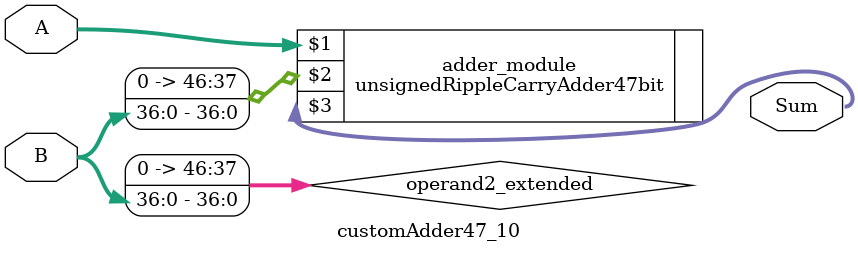
<source format=v>
module customAdder47_10(
                        input [46 : 0] A,
                        input [36 : 0] B,
                        
                        output [47 : 0] Sum
                );

        wire [46 : 0] operand2_extended;
        
        assign operand2_extended =  {10'b0, B};
        
        unsignedRippleCarryAdder47bit adder_module(
            A,
            operand2_extended,
            Sum
        );
        
        endmodule
        
</source>
